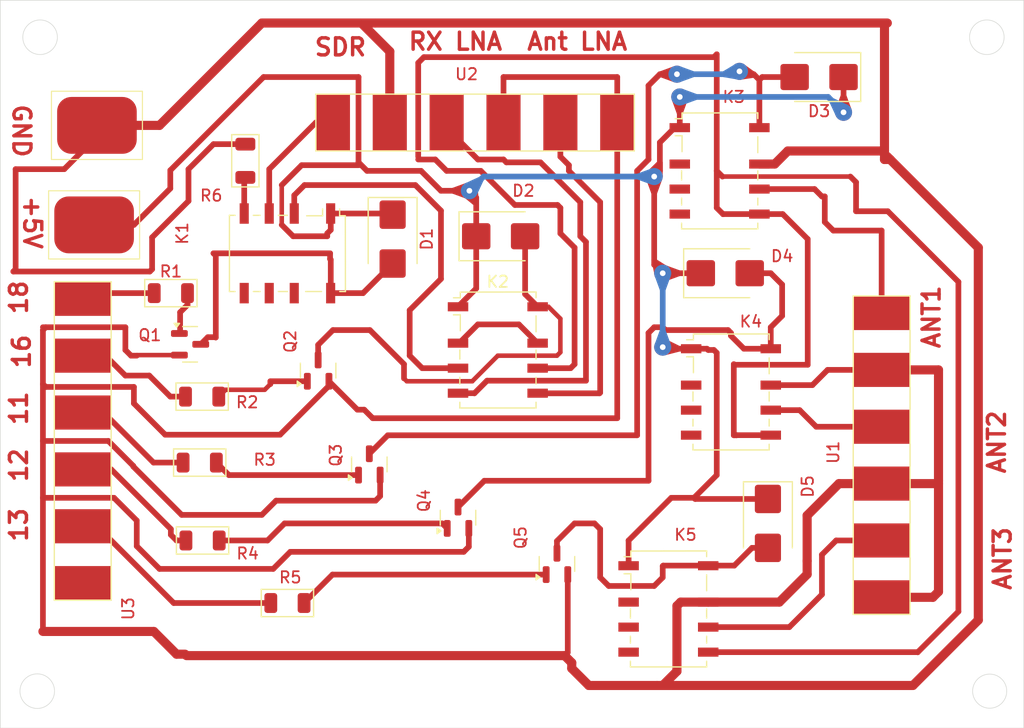
<source format=kicad_pcb>
(kicad_pcb (version 20240108) (generator "pcbnew") (generator_version "8.0")
  (layers (0 "F.Cu" signal) (31 "B.Cu" signal) (34 "B.Paste" user) (35 "F.Paste" user) (36 "B.SilkS" user "B.Silkscreen") (37 "F.SilkS" user "F.Silkscreen") (38 "B.Mask" user) (39 "F.Mask" user) (44 "Edge.Cuts" user))
  (net 0 "")
  (net 1 "+5V")
  (net 2 "Net-(D1-A)")
  (net 3 "Net-(D2-A)")
  (net 4 "Net-(D3-A)")
  (net 5 "Net-(D4-A)")
  (net 6 "Net-(D5-A)")
  (net 7 "Net-(K1-Pad2)")
  (net 9 "Net-(K1-Pad4)")
  (net 12 "Net-(K1-Pad3)")
  (net 13 "Net-(K2-Pad5)")
  (net 14 "Net-(K2-Pad2)")
  (net 15 "Net-(K2-Pad4)")
  (net 16 "Net-(K2-Pad6)")
  (net 18 "Net-(K3-Pad6)")
  (net 20 "GND")
  (net 22 "Net-(K4-Pad6)")
  (net 27 "Net-(K5-Pad6)")
  (net 30 "Net-(Q1-B)")
  (net 31 "Net-(Q2-B)")
  (net 32 "Net-(Q3-B)")
  (net 33 "Net-(Q4-B)")
  (net 34 "Net-(Q5-B)")
  (net 35 "Net-(R1-Pad1)")
  (net 36 "Net-(R2-Pad1)")
  (net 37 "Net-(R3-Pad2)")
  (net 38 "Net-(R4-Pad1)")
  (net 39 "Net-(R5-Pad1)")
  (net 40 "unconnected-(U3-Pad6)")
  (footprint "Diode_SMD:D_SMB" (layer "F.Cu") (at 167.25 43.5 180)
    (property "Reference" "D3" (at 0 -3 0) (layer "F.Cu"))
    (property "Value" "Z2SMBxxx")
    (pad "1" smd roundrect (at -2.15 0 180) (size 2.5 2.3) (layers "F.Cu" "F.Paste" "F.Mask") (roundrect_rratio 0.1086956522) (net 1 "+5V"))
    (pad "2" smd roundrect (at 2.15 0 180) (size 2.5 2.3) (layers "F.Cu" "F.Paste" "F.Mask") (roundrect_rratio 0.1086956522) (net 4 "Net-(D3-A)"))
  )
  (footprint "Lötpads:Lötpad_5_5" (layer "F.Cu") (at 103.25 47.75 90)
    (property "Reference" "U5" (at 0 -0.5 90) (layer "F.Cu") (effects (font (thickness 0.1))))
    (property "Value" "~")
    (pad "1" smd roundrect (at 0 0.5 90) (size 5 7) (layers "F.Cu" "F.Paste" "F.Mask") (net 20 "GND"))
  )
  (footprint "Relay_SMD:Relay_DPDT_Omron_G6K-2F-Y" (layer "F.Cu") (at 154 90.27)
    (property "Reference" "K5" (at 1.5 -6.52 0) (layer "F.Cu"))
    (property "Value" "G6K-2")
    (pad "1" smd rect (at -3.5 -3.8) (size 1.8 0.8) (layers "F.Cu" "F.Paste" "F.Mask") (net 1 "+5V"))
    (pad "2" smd rect (at -3.5 -0.6) (size 1.8 0.8) (layers "F.Cu" "F.Paste" "F.Mask"))
    (pad "3" smd rect (at -3.5 1.6) (size 1.8 0.8) (layers "F.Cu" "F.Paste" "F.Mask"))
    (pad "4" smd rect (at -3.5 3.8) (size 1.8 0.8) (layers "F.Cu" "F.Paste" "F.Mask"))
    (pad "5" smd rect (at 3.5 3.8) (size 1.8 0.8) (layers "F.Cu" "F.Paste" "F.Mask") (net 16 "Net-(K2-Pad6)"))
    (pad "6" smd rect (at 3.5 1.6) (size 1.8 0.8) (layers "F.Cu" "F.Paste" "F.Mask") (net 27 "Net-(K5-Pad6)"))
    (pad "7" smd rect (at 3.5 -0.6) (size 1.8 0.8) (layers "F.Cu" "F.Paste" "F.Mask") (net 20 "GND"))
    (pad "8" smd rect (at 3.5 -3.8) (size 1.8 0.8) (layers "F.Cu" "F.Paste" "F.Mask") (net 6 "Net-(D5-A)"))
  )
  (footprint "Relay_SMD:Relay_DPDT_Omron_G6K-2F-Y" (layer "F.Cu") (at 159.5 71.19)
    (property "Reference" "K4" (at 1.75 -6.19 0) (layer "F.Cu"))
    (property "Value" "G6K-2")
    (pad "1" smd rect (at -3.5 -3.8) (size 1.8 0.8) (layers "F.Cu" "F.Paste" "F.Mask") (net 1 "+5V"))
    (pad "2" smd rect (at -3.5 -0.6) (size 1.8 0.8) (layers "F.Cu" "F.Paste" "F.Mask"))
    (pad "3" smd rect (at -3.5 1.6) (size 1.8 0.8) (layers "F.Cu" "F.Paste" "F.Mask"))
    (pad "4" smd rect (at -3.5 3.8) (size 1.8 0.8) (layers "F.Cu" "F.Paste" "F.Mask"))
    (pad "5" smd rect (at 3.5 3.8) (size 1.8 0.8) (layers "F.Cu" "F.Paste" "F.Mask") (net 16 "Net-(K2-Pad6)"))
    (pad "6" smd rect (at 3.5 1.6) (size 1.8 0.8) (layers "F.Cu" "F.Paste" "F.Mask") (net 22 "Net-(K4-Pad6)"))
    (pad "7" smd rect (at 3.5 -0.6) (size 1.8 0.8) (layers "F.Cu" "F.Paste" "F.Mask") (net 20 "GND"))
    (pad "8" smd rect (at 3.5 -3.8) (size 1.8 0.8) (layers "F.Cu" "F.Paste" "F.Mask") (net 5 "Net-(D4-A)"))
  )
  (footprint "Lötpads:Lötpad_5_5" (layer "F.Cu") (at 103 56.5 90)
    (property "Reference" "U4" (at 0 -0.5 90) (layer "F.Cu") (effects (font (thickness 0.1))))
    (property "Value" "~")
    (pad "1" smd roundrect (at 0 0.5 90) (size 5 7) (layers "F.Cu" "F.Paste" "F.Mask") (net 1 "+5V"))
  )
  (footprint "PCM_Resistor_SMD_AKL:R_1206_3216Metric" (layer "F.Cu") (at 112.7875 77.4 180)
    (property "Reference" "R3" (at -5.7125 0.25 0) (layer "F.Cu"))
    (property "Value" "R_1206" (hide yes))
    (pad "1" smd roundrect (at -1.4625 0 180) (size 1.125 1.75) (layers "F.Cu" "F.Paste" "F.Mask") (roundrect_rratio 0.222222) (net 32 "Net-(Q3-B)"))
    (pad "2" smd roundrect (at 1.4625 0 180) (size 1.125 1.75) (layers "F.Cu" "F.Paste" "F.Mask") (roundrect_rratio 0.222222) (net 37 "Net-(R3-Pad2)"))
  )
  (footprint "PCM_Resistor_SMD_AKL:R_1206_3216Metric" (layer "F.Cu") (at 113.0375 84.25)
    (property "Reference" "R4" (at 3.9625 1.15 0) (layer "F.Cu"))
    (property "Value" "R_1206" (hide yes))
    (pad "1" smd roundrect (at -1.4625 0) (size 1.125 1.75) (layers "F.Cu" "F.Paste" "F.Mask") (roundrect_rratio 0.222222) (net 38 "Net-(R4-Pad1)"))
    (pad "2" smd roundrect (at 1.4625 0) (size 1.125 1.75) (layers "F.Cu" "F.Paste" "F.Mask") (roundrect_rratio 0.222222) (net 33 "Net-(Q4-B)"))
  )
  (footprint "Diode_SMD:D_SMB" (layer "F.Cu") (at 129.75 57.75 -90)
    (property "Reference" "D1" (at 0 -3 90) (layer "F.Cu"))
    (property "Value" "Z2SMBxxx")
    (pad "1" smd roundrect (at -2.15 0 270) (size 2.5 2.3) (layers "F.Cu" "F.Paste" "F.Mask") (roundrect_rratio 0.1086956522) (net 1 "+5V"))
    (pad "2" smd roundrect (at 2.15 0 270) (size 2.5 2.3) (layers "F.Cu" "F.Paste" "F.Mask") (roundrect_rratio 0.1086956522) (net 2 "Net-(D1-A)"))
  )
  (footprint "Lötpads:Pad_IP-6" (layer "F.Cu") (at 172.75 77.75 -90)
    (property "Reference" "U1" (at -1.25 4.25 -90) (layer "F.Cu"))
    (property "Value" "~")
    (pad "1" smd rect (at -13.5 0 270) (size 3 5) (layers "F.Cu" "F.Paste" "F.Mask") (net 18 "Net-(K3-Pad6)"))
    (pad "2" smd rect (at -8.5 0 270) (size 3 5) (layers "F.Cu" "F.Paste" "F.Mask") (net 20 "GND"))
    (pad "3" smd rect (at -3.5 0 270) (size 3 5) (layers "F.Cu" "F.Paste" "F.Mask") (net 22 "Net-(K4-Pad6)"))
    (pad "4" smd rect (at 1.5 0 270) (size 3 5) (layers "F.Cu" "F.Paste" "F.Mask") (net 20 "GND"))
    (pad "5" smd rect (at 6.5 0 270) (size 3 5) (layers "F.Cu" "F.Paste" "F.Mask") (net 27 "Net-(K5-Pad6)"))
    (pad "6" smd rect (at 11.5 0 270) (size 3 5) (layers "F.Cu" "F.Paste" "F.Mask") (net 20 "GND"))
  )
  (footprint "Lötpads:Pad_IP-6" (layer "F.Cu") (at 102.5 76.5 -90)
    (property "Reference" "U3" (at 13.75 -4 90) (layer "F.Cu"))
    (property "Value" "~")
    (pad "1" smd rect (at -13.5 0 270) (size 3 5) (layers "F.Cu" "F.Paste" "F.Mask") (net 35 "Net-(R1-Pad1)"))
    (pad "2" smd rect (at -8.5 0 270) (size 3 5) (layers "F.Cu" "F.Paste" "F.Mask") (net 36 "Net-(R2-Pad1)"))
    (pad "3" smd rect (at -3.5 0 270) (size 3 5) (layers "F.Cu" "F.Paste" "F.Mask") (net 37 "Net-(R3-Pad2)"))
    (pad "4" smd rect (at 1.5 0 270) (size 3 5) (layers "F.Cu" "F.Paste" "F.Mask") (net 38 "Net-(R4-Pad1)"))
    (pad "5" smd rect (at 6.5 0 270) (size 3 5) (layers "F.Cu" "F.Paste" "F.Mask") (net 39 "Net-(R5-Pad1)"))
    (pad "6" smd rect (at 11.5 0 270) (size 3 5) (layers "F.Cu" "F.Paste" "F.Mask") (net 40 "unconnected-(U3-Pad6)"))
  )
  (footprint "PCM_Resistor_SMD_AKL:R_1206_3216Metric" (layer "F.Cu") (at 116.8 50.8625 90)
    (property "Reference" "R6" (at -3.0625 -3 0) (layer "F.Cu"))
    (property "Value" "R_1206" (hide yes))
    (pad "1" smd roundrect (at -1.4625 0 90) (size 1.125 1.75) (layers "F.Cu" "F.Paste" "F.Mask") (roundrect_rratio 0.222222) (net 9 "Net-(K1-Pad4)"))
    (pad "2" smd roundrect (at 1.4625 0 90) (size 1.125 1.75) (layers "F.Cu" "F.Paste" "F.Mask") (roundrect_rratio 0.222222) (net 20 "GND"))
  )
  (footprint "Relay_SMD:Relay_DPDT_Omron_G6K-2F-Y" (layer "F.Cu") (at 139 67.5)
    (property "Reference" "K2" (at 0 -6 0) (layer "F.SilkS"))
    (property "Value" "G6K-2")
    (pad "1" smd rect (at -3.5 -3.8) (size 1.8 0.8) (layers "F.Cu" "F.Paste" "F.Mask") (net 1 "+5V"))
    (pad "2" smd rect (at -3.5 -0.6) (size 1.8 0.8) (layers "F.Cu" "F.Paste" "F.Mask") (net 14 "Net-(K2-Pad2)"))
    (pad "3" smd rect (at -3.5 1.6) (size 1.8 0.8) (layers "F.Cu" "F.Paste" "F.Mask") (net 7 "Net-(K1-Pad2)"))
    (pad "4" smd rect (at -3.5 3.8) (size 1.8 0.8) (layers "F.Cu" "F.Paste" "F.Mask") (net 15 "Net-(K2-Pad4)"))
    (pad "5" smd rect (at 3.5 3.8) (size 1.8 0.8) (layers "F.Cu" "F.Paste" "F.Mask") (net 13 "Net-(K2-Pad5)"))
    (pad "6" smd rect (at 3.5 1.6) (size 1.8 0.8) (layers "F.Cu" "F.Paste" "F.Mask") (net 16 "Net-(K2-Pad6)"))
    (pad "7" smd rect (at 3.5 -0.6) (size 1.8 0.8) (layers "F.Cu" "F.Paste" "F.Mask") (net 14 "Net-(K2-Pad2)"))
    (pad "8" smd rect (at 3.5 -3.8) (size 1.8 0.8) (layers "F.Cu" "F.Paste" "F.Mask") (net 3 "Net-(D2-A)"))
  )
  (footprint "Diode_SMD:D_SMB" (layer "F.Cu") (at 162.75 82.75 -90)
    (property "Reference" "D5" (at -3.25 -3.5 90) (layer "F.Cu"))
    (property "Value" "Z2SMBxxx")
    (pad "1" smd roundrect (at -2.15 0 270) (size 2.5 2.3) (layers "F.Cu" "F.Paste" "F.Mask") (roundrect_rratio 0.1086956522) (net 1 "+5V"))
    (pad "2" smd roundrect (at 2.15 0 270) (size 2.5 2.3) (layers "F.Cu" "F.Paste" "F.Mask") (roundrect_rratio 0.1086956522) (net 6 "Net-(D5-A)"))
  )
  (footprint "Package_TO_SOT_SMD:SOT-23" (layer "F.Cu") (at 144.2 86.3125 90)
    (property "Reference" "Q5" (at 2.3125 -3.2 90) (layer "F.Cu"))
    (property "Value" "BC849")
    (pad "1" smd roundrect (at -0.9375 -0.95 90) (size 1.475 0.6) (layers "F.Cu" "F.Paste" "F.Mask") (net 34 "Net-(Q5-B)"))
    (pad "2" smd roundrect (at -0.9375 0.95 90) (size 1.475 0.6) (layers "F.Cu" "F.Paste" "F.Mask") (net 20 "GND"))
    (pad "3" smd roundrect (at 0.9375 0 90) (size 1.475 0.6) (layers "F.Cu" "F.Paste" "F.Mask") (net 6 "Net-(D5-A)"))
  )
  (footprint "Relay_SMD:Relay_DPDT_Omron_G6K-2F-Y" (layer "F.Cu") (at 158.5 51.75)
    (property "Reference" "K3" (at 1.25 -6.5 0) (layer "F.Cu"))
    (property "Value" "G6K-2")
    (pad "1" smd rect (at -3.5 -3.8) (size 1.8 0.8) (layers "F.Cu" "F.Paste" "F.Mask") (net 1 "+5V"))
    (pad "2" smd rect (at -3.5 -0.6) (size 1.8 0.8) (layers "F.Cu" "F.Paste" "F.Mask"))
    (pad "3" smd rect (at -3.5 1.6) (size 1.8 0.8) (layers "F.Cu" "F.Paste" "F.Mask"))
    (pad "4" smd rect (at -3.5 3.8) (size 1.8 0.8) (layers "F.Cu" "F.Paste" "F.Mask"))
    (pad "5" smd rect (at 3.5 3.8) (size 1.8 0.8) (layers "F.Cu" "F.Paste" "F.Mask") (net 16 "Net-(K2-Pad6)"))
    (pad "6" smd rect (at 3.5 1.6) (size 1.8 0.8) (layers "F.Cu" "F.Paste" "F.Mask") (net 18 "Net-(K3-Pad6)"))
    (pad "7" smd rect (at 3.5 -0.6) (size 1.8 0.8) (layers "F.Cu" "F.Paste" "F.Mask") (net 20 "GND"))
    (pad "8" smd rect (at 3.5 -3.8) (size 1.8 0.8) (layers "F.Cu" "F.Paste" "F.Mask") (net 4 "Net-(D3-A)"))
  )
  (footprint "Package_TO_SOT_SMD:SOT-23" (layer "F.Cu") (at 135.5 82.25 90)
    (property "Reference" "Q4" (at 1.5 -3 90) (layer "F.Cu"))
    (property "Value" "BC849")
    (pad "1" smd roundrect (at -0.9375 -0.95 90) (size 1.475 0.6) (layers "F.Cu" "F.Paste" "F.Mask") (net 33 "Net-(Q4-B)"))
    (pad "2" smd roundrect (at -0.9375 0.95 90) (size 1.475 0.6) (layers "F.Cu" "F.Paste" "F.Mask") (net 20 "GND"))
    (pad "3" smd roundrect (at 0.9375 0 90) (size 1.475 0.6) (layers "F.Cu" "F.Paste" "F.Mask") (net 5 "Net-(D4-A)"))
  )
  (footprint "PCM_Resistor_SMD_AKL:R_1206_3216Metric" (layer "F.Cu") (at 110.25 62.5)
    (property "Reference" "R1" (at 0 -1.905 0) (layer "F.Cu"))
    (property "Value" "R_1206 1k" (hide yes))
    (pad "1" smd roundrect (at -1.4625 0) (size 1.125 1.75) (layers "F.Cu" "F.Paste" "F.Mask") (roundrect_rratio 0.222222) (net 35 "Net-(R1-Pad1)"))
    (pad "2" smd roundrect (at 1.4625 0) (size 1.125 1.75) (layers "F.Cu" "F.Paste" "F.Mask") (roundrect_rratio 0.222222) (net 30 "Net-(Q1-B)"))
  )
  (footprint "Package_TO_SOT_SMD:SOT-23" (layer "F.Cu") (at 123.2 69.3125 90)
    (property "Reference" "Q2" (at 2.5625 -2.45 90) (layer "F.Cu"))
    (property "Value" "BC849")
    (pad "1" smd roundrect (at -0.9375 -0.95 90) (size 1.475 0.6) (layers "F.Cu" "F.Paste" "F.Mask") (net 31 "Net-(Q2-B)"))
    (pad "2" smd roundrect (at -0.9375 0.95 90) (size 1.475 0.6) (layers "F.Cu" "F.Paste" "F.Mask") (net 20 "GND"))
    (pad "3" smd roundrect (at 0.9375 0 90) (size 1.475 0.6) (layers "F.Cu" "F.Paste" "F.Mask") (net 3 "Net-(D2-A)"))
  )
  (footprint "PCM_Resistor_SMD_AKL:R_1206_3216Metric" (layer "F.Cu") (at 113 71.6)
    (property "Reference" "R2" (at 3.9625 0.5 0) (layer "F.Cu"))
    (property "Value" "R_1206 1k" (hide yes))
    (pad "1" smd roundrect (at -1.4625 0) (size 1.125 1.75) (layers "F.Cu" "F.Paste" "F.Mask") (roundrect_rratio 0.222222) (net 36 "Net-(R2-Pad1)"))
    (pad "2" smd roundrect (at 1.4625 0) (size 1.125 1.75) (layers "F.Cu" "F.Paste" "F.Mask") (roundrect_rratio 0.222222) (net 31 "Net-(Q2-B)"))
  )
  (footprint "PCM_Resistor_SMD_AKL:R_1206_3216Metric" (layer "F.Cu") (at 120.5 89.75)
    (property "Reference" "R5" (at 0.25 -2.25 0) (layer "F.Cu"))
    (property "Value" "R_1206" (hide yes))
    (pad "1" smd roundrect (at -1.4625 0) (size 1.125 1.75) (layers "F.Cu" "F.Paste" "F.Mask") (roundrect_rratio 0.222222) (net 39 "Net-(R5-Pad1)"))
    (pad "2" smd roundrect (at 1.4625 0) (size 1.125 1.75) (layers "F.Cu" "F.Paste" "F.Mask") (roundrect_rratio 0.222222) (net 34 "Net-(Q5-B)"))
  )
  (footprint "Relay_SMD:Relay_DPDT_Omron_G6K-2F-Y" (layer "F.Cu") (at 120.5 59 -90)
    (property "Reference" "K1" (at -1.75 9.25 -90) (layer "F.Cu"))
    (property "Value" "G6K-2F")
    (pad "1" smd rect (at -3.5 -3.8 270) (size 1.8 0.8) (layers "F.Cu" "F.Paste" "F.Mask") (net 1 "+5V"))
    (pad "2" smd rect (at -3.5 -0.6 270) (size 1.8 0.8) (layers "F.Cu" "F.Paste" "F.Mask") (net 7 "Net-(K1-Pad2)"))
    (pad "3" smd rect (at -3.5 1.6 270) (size 1.8 0.8) (layers "F.Cu" "F.Paste" "F.Mask") (net 12 "Net-(K1-Pad3)"))
    (pad "4" smd rect (at -3.5 3.8 270) (size 1.8 0.8) (layers "F.Cu" "F.Paste" "F.Mask") (net 9 "Net-(K1-Pad4)"))
    (pad "5" smd rect (at 3.5 3.8 270) (size 1.8 0.8) (layers "F.Cu" "F.Paste" "F.Mask"))
    (pad "6" smd rect (at 3.5 1.6 270) (size 1.8 0.8) (layers "F.Cu" "F.Paste" "F.Mask"))
    (pad "7" smd rect (at 3.5 -0.6 270) (size 1.8 0.8) (layers "F.Cu" "F.Paste" "F.Mask"))
    (pad "8" smd rect (at 3.5 -3.8 270) (size 1.8 0.8) (layers "F.Cu" "F.Paste" "F.Mask") (net 2 "Net-(D1-A)"))
  )
  (footprint "Package_TO_SOT_SMD:SOT-23" (layer "F.Cu") (at 127.7 77.5625 90)
    (property "Reference" "Q3" (at 0.8125 -2.95 90) (layer "F.Cu"))
    (property "Value" "BC849")
    (pad "1" smd roundrect (at -0.9375 -0.95 90) (size 1.475 0.6) (layers "F.Cu" "F.Paste" "F.Mask") (net 32 "Net-(Q3-B)"))
    (pad "2" smd roundrect (at -0.9375 0.95 90) (size 1.475 0.6) (layers "F.Cu" "F.Paste" "F.Mask") (net 20 "GND"))
    (pad "3" smd roundrect (at 0.9375 0 90) (size 1.475 0.6) (layers "F.Cu" "F.Paste" "F.Mask") (net 4 "Net-(D3-A)"))
  )
  (footprint "Lötpads:Pad_IP-6" (layer "F.Cu") (at 138 47.5)
    (property "Reference" "U2" (at -1.75 -4.25 0) (layer "F.Cu"))
    (property "Value" "~")
    (pad "1" smd rect (at -13.5 0) (size 3 5) (layers "F.Cu" "F.Paste" "F.Mask") (net 12 "Net-(K1-Pad3)"))
    (pad "2" smd rect (at -8.5 0) (size 3 5) (layers "F.Cu" "F.Paste" "F.Mask") (net 20 "GND"))
    (pad "3" smd rect (at -3.5 0) (size 3 5) (layers "F.Cu" "F.Paste" "F.Mask") (net 15 "Net-(K2-Pad4)"))
    (pad "4" smd rect (at 1.5 0) (size 3 5) (layers "F.Cu" "F.Paste" "F.Mask") (net 20 "GND"))
    (pad "5" smd rect (at 6.5 0) (size 3 5) (layers "F.Cu" "F.Paste" "F.Mask") (net 13 "Net-(K2-Pad5)"))
    (pad "6" smd rect (at 11.5 0) (size 3 5) (layers "F.Cu" "F.Paste" "F.Mask") (net 20 "GND"))
  )
  (footprint "Package_TO_SOT_SMD:SOT-23" (layer "F.Cu") (at 111.9375 67)
    (property "Reference" "Q1" (at -3.5375 -0.8 0) (layer "F.Cu"))
    (property "Value" "BC849")
    (pad "1" smd roundrect (at -0.9375 -0.95) (size 1.475 0.6) (layers "F.Cu" "F.Paste" "F.Mask") (net 30 "Net-(Q1-B)"))
    (pad "2" smd roundrect (at -0.9375 0.95) (size 1.475 0.6) (layers "F.Cu" "F.Paste" "F.Mask") (net 20 "GND"))
    (pad "3" smd roundrect (at 0.9375 0) (size 1.475 0.6) (layers "F.Cu" "F.Paste" "F.Mask") (net 2 "Net-(D1-A)"))
  )
  (footprint "Diode_SMD:D_SMB" (layer "F.Cu") (at 159 60.75)
    (property "Reference" "D4" (at 5 -1.5 0) (layer "F.Cu"))
    (property "Value" "Z2SMBxxx")
    (pad "1" smd roundrect (at -2.15 0) (size 2.5 2.3) (layers "F.Cu" "F.Paste" "F.Mask") (roundrect_rratio 0.1086956522) (net 1 "+5V"))
    (pad "2" smd roundrect (at 2.15 0) (size 2.5 2.3) (layers "F.Cu" "F.Paste" "F.Mask") (roundrect_rratio 0.1086956522) (net 5 "Net-(D4-A)"))
  )
  (footprint "Diode_SMD:D_SMB" (layer "F.Cu") (at 139.25 57.5)
    (property "Reference" "D2" (at 2 -4 0) (layer "F.Cu"))
    (property "Value" "Z2SMBxxx")
    (pad "1" smd roundrect (at -2.15 0) (size 2.5 2.3) (layers "F.Cu" "F.Paste" "F.Mask") (roundrect_rratio 0.1086956522) (net 1 "+5V"))
    (pad "2" smd roundrect (at 2.15 0) (size 2.5 2.3) (layers "F.Cu" "F.Paste" "F.Mask") (roundrect_rratio 0.1086956522) (net 3 "Net-(D2-A)"))
  )
  (gr_circle (center 182.25 97.5) (end 182.25 96) (stroke (width 0.05)) (fill none) (layer "Edge.Cuts"))
  (gr_circle (center 182 40) (end 181.75 41.5) (stroke (width 0.05)) (fill none) (layer "Edge.Cuts"))
  (gr_circle (center 98.5 97.5) (end 100 97.75) (stroke (width 0.05)) (fill none) (layer "Edge.Cuts"))
  (gr_rect (start 95.25 36.75) (end 185.25 100.75) (stroke (width 0.05)) (fill none) (layer "Edge.Cuts"))
  (gr_circle (center 98.75 40) (end 100.25 40.25) (stroke (width 0.05)) (fill none) (layer "Edge.Cuts"))
  (gr_text "16" (at 98 69.25 90) (layer "F.Cu") (effects (font (size 1.5 1.5) (thickness 0.3) (bold yes)) (justify left bottom)))
  (gr_text "18" (at 97.75 64.5 90) (layer "F.Cu") (effects (font (size 1.5 1.5) (thickness 0.3) (bold yes)) (justify left bottom)))
  (gr_text "11" (at 97.75 74.25 90) (layer "F.Cu") (effects (font (size 1.5 1.5) (thickness 0.3) (bold yes)) (justify left bottom)))
  (gr_text "13" (at 97.75 84.5 90) (layer "F.Cu") (effects (font (size 1.5 1.5) (thickness 0.3) (bold yes)) (justify left bottom)))
  (gr_text "ANT3" (at 184.25 88.75 90) (layer "F.Cu") (effects (font (size 1.5 1.5) (thickness 0.3) (bold yes)) (justify left bottom)))
  (gr_text "+5V" (at 97.2 53.8 -90) (layer "F.Cu") (effects (font (size 1.5 1.5) (thickness 0.3) (bold yes)) (justify left bottom)))
  (gr_text "GND" (at 96.25 45.75 -90) (layer "F.Cu") (effects (font (size 1.5 1.5) (thickness 0.3) (bold yes)) (justify left bottom)))
  (gr_text "SDR" (at 122.75 41.75 0) (layer "F.Cu") (effects (font (size 1.5 1.5) (thickness 0.3) (bold yes)) (justify left bottom)))
  (gr_text "ANT1" (at 178 67.5 90) (layer "F.Cu") (effects (font (size 1.5 1.5) (thickness 0.3) (bold yes)) (justify left bottom)))
  (gr_text "ANT2" (at 183.75 78.5 90) (layer "F.Cu") (effects (font (size 1.5 1.5) (thickness 0.3) (bold yes)) (justify left bottom)))
  (gr_text "RX LNA  Ant LNA" (at 131 41.25 0) (layer "F.Cu") (effects (font (size 1.5 1.5) (thickness 0.3) (bold yes)) (justify left bottom)))
  (gr_text "12" (at 97.75 79.25 90) (layer "F.Cu") (effects (font (size 1.5 1.5) (thickness 0.3) (bold yes)) (justify left bottom)))
  (segment (start 137.1 54.1) (end 136.5 53.5) (width 0.5) (layer "F.Cu") (net 1))
  (segment (start 150.5 84.25) (end 150.5 86.46) (width 0.5) (layer "F.Cu") (net 1))
  (segment (start 137.1 57.5) (end 137.1 62.09) (width 0.5) (layer "F.Cu") (net 1))
  (segment (start 124 57.5) (end 124 57.25) (width 0.5) (layer "F.Cu") (net 1))
  (segment (start 126.75 51.25) (end 121.75 51.25) (width 0.5) (layer "F.Cu") (net 1))
  (segment (start 136.5 53.5) (end 134 53.5) (width 0.5) (layer "F.Cu") (net 1))
  (segment (start 153.25 51.75) (end 152.75 52.25) (width 0.5) (layer "F.Cu") (net 1))
  (segment (start 154.55 47.95) (end 153.25 49.25) (width 0.5) (layer "F.Cu") (net 1))
  (segment (start 135.5 63.7) (end 135.5 63.69) (width 0.5) (layer "F.Cu") (net 1))
  (segment (start 156.35 80.6) (end 156.25 80.5) (width 0.5) (layer "F.Cu") (net 1))
  (segment (start 169.25 46.75) (end 169.4 46.6) (width 0.5) (layer "F.Cu") (net 1))
  (segment (start 156.25 80.5) (end 154.25 80.5) (width 0.5) (layer "F.Cu") (net 1))
  (segment (start 110.2 53.3) (end 110.2 51.703185) (width 0.5) (layer "F.Cu") (net 1))
  (segment (start 153.64 67.39) (end 153.5 67.25) (width 0.5) (layer "F.Cu") (net 1))
  (segment (start 169.4 43.5) (end 169.4 46.6) (width 0.5) (layer "F.Cu") (net 1))
  (segment (start 121 57.5) (end 124 57.5) (width 0.5) (layer "F.Cu") (net 1))
  (segment (start 153.5 60.75) (end 156.85 60.75) (width 0.5) (layer "F.Cu") (net 1))
  (segment (start 126.75 43.5) (end 126.75 51) (width 0.5) (layer "F.Cu") (net 1))
  (segment (start 157.39 67.39) (end 157.5 67.5) (width 0.5) (layer "F.Cu") (net 1))
  (segment (start 110.2 51.703185) (end 118.403185 43.5) (width 0.5) (layer "F.Cu") (net 1))
  (segment (start 152.75 52.25) (end 152.75 60) (width 0.5) (layer "F.Cu") (net 1))
  (segment (start 120 56.5) (end 121 57.5) (width 0.5) (layer "F.Cu") (net 1))
  (segment (start 156 67.39) (end 153.64 67.39) (width 0.5) (layer "F.Cu") (net 1))
  (segment (start 120 53) (end 120 56.5) (width 0.4) (layer "F.Cu") (net 1))
  (segment (start 124 57.25) (end 124.31 56.94) (width 0.5) (layer "F.Cu") (net 1))
  (segment (start 155 47.95) (end 154.55 47.95) (width 0.5) (layer "F.Cu") (net 1))
  (segment (start 137.1 57.5) (end 137.1 54.1) (width 0.5) (layer "F.Cu") (net 1))
  (segment (start 158.25 78.5) (end 158.25 67.75) (width 0.5) (layer "F.Cu") (net 1))
  (segment (start 124.31 56.94) (end 124.31 55.5) (width 0.5) (layer "F.Cu") (net 1))
  (segment (start 103.5 56.5) (end 107 56.5) (width 0.5) (layer "F.Cu") (net 1))
  (segment (start 158 67.5) (end 157.5 67.5) (width 0.5) (layer "F.Cu") (net 1))
  (segment (start 126.75 51) (end 126.75 51.25) (width 0.5) (layer "F.Cu") (net 1))
  (segment (start 155 47.95) (end 155 45.25) (width 0.5) (layer "F.Cu") (net 1))
  (segment (start 127.5 51.75) (end 126.75 51) (width 0.5) (layer "F.Cu") (net 1))
  (segment (start 135.5 63.69) (end 137.1 62.09) (width 0.5) (layer "F.Cu") (net 1))
  (segment (start 118.403185 43.5) (end 126.75 43.5) (width 0.5) (layer "F.Cu") (net 1))
  (segment (start 129.65 55.5) (end 129.75 55.6) (width 0.5) (layer "F.Cu") (net 1))
  (segment (start 162.75 80.6) (end 156.35 80.6) (width 0.5) (layer "F.Cu") (net 1))
  (segment (start 156.25 80.5) (end 158.25 78.5) (width 0.5) (layer "F.Cu") (net 1))
  (segment (start 121.75 51.25) (end 120 53) (width 0.5) (layer "F.Cu") (net 1))
  (segment (start 156 67.39) (end 157.39 67.39) (width 0.5) (layer "F.Cu") (net 1))
  (segment (start 154.25 80.5) (end 150.5 84.25) (width 0.5) (layer "F.Cu") (net 1))
  (segment (start 153.25 49.25) (end 153.25 51.75) (width 0.5) (layer "F.Cu") (net 1))
  (segment (start 152.75 60) (end 153.5 60.75) (width 0.5) (layer "F.Cu") (net 1))
  (segment (start 107 56.5) (end 110.2 53.3) (width 0.5) (layer "F.Cu") (net 1))
  (segment (start 134 53.5) (end 132.25 51.75) (width 0.5) (layer "F.Cu") (net 1))
  (segment (start 158.25 67.75) (end 158 67.5) (width 0.5) (layer "F.Cu") (net 1))
  (segment (start 132.25 51.75) (end 127.5 51.75) (width 0.5) (layer "F.Cu") (net 1))
  (segment (start 124.31 55.5) (end 129.65 55.5) (width 0.5) (layer "F.Cu") (net 1))
  (via (at 153.5 60.75) (size 1.5) (drill 0.5) (layers "F.Cu" "B.Cu") (net 1))
  (via (at 153.5 67.25) (size 1.5) (drill 0.5) (layers "F.Cu" "B.Cu") (net 1))
  (via (at 136.5 53.5) (size 1.5) (drill 0.5) (layers "F.Cu" "B.Cu") (net 1))
  (via (at 155 45.25) (size 1.5) (drill 0.5) (layers "F.Cu" "B.Cu") (net 1))
  (via (at 169.4 46.6) (size 1.5) (drill 0.5) (layers "F.Cu" "B.Cu") (net 1))
  (via (at 152.75 52.25) (size 1.5) (drill 0.5) (layers "F.Cu" "B.Cu") (net 1))
  (segment (start 168.05 45.25) (end 155 45.25) (width 0.5) (layer "B.Cu") (net 1))
  (segment (start 153.5 67.25) (end 153.5 60.75) (width 0.5) (layer "B.Cu") (net 1))
  (segment (start 136.5 53.5) (end 137.75 52.25) (width 0.5) (layer "B.Cu") (net 1))
  (segment (start 137.75 52.25) (end 152.75 52.25) (width 0.5) (layer "B.Cu") (net 1))
  (segment (start 169.4 46.6) (end 168.05 45.25) (width 0.5) (layer "B.Cu") (net 1))
  (segment (start 114.2 66.4) (end 114.2 59.2) (width 0.5) (layer "F.Cu") (net 2))
  (segment (start 112.9375 67) (end 112.875 67) (width 0.5) (layer "F.Cu") (net 2))
  (segment (start 114.175 66.375) (end 114.2 66.4) (width 0.5) (layer "F.Cu") (net 2))
  (segment (start 112.875 67) (end 113.5 66.375) (width 0.5) (layer "F.Cu") (net 2))
  (segment (start 114 59) (end 124.25 59) (width 0.5) (layer "F.Cu") (net 2))
  (segment (start 127.15 62.5) (end 129.75 59.9) (width 0.5) (layer "F.Cu") (net 2))
  (segment (start 113.5 66.375) (end 114.175 66.375) (width 0.5) (layer "F.Cu") (net 2))
  (segment (start 124.25 59) (end 124.25 59.5) (width 0.5) (layer "F.Cu") (net 2))
  (segment (start 124.31 59.56) (end 124.31 62.5) (width 0.5) (layer "F.Cu") (net 2))
  (segment (start 124.25 59.5) (end 124.31 59.56) (width 0.5) (layer "F.Cu") (net 2))
  (segment (start 114.2 59.2) (end 114 59) (width 0.5) (layer "F.Cu") (net 2))
  (segment (start 124.31 62.5) (end 127.15 62.5) (width 0.5) (layer "F.Cu") (net 2))
  (segment (start 142.5 63.69) (end 141.4 62.59) (width 0.5) (layer "F.Cu") (net 3))
  (segment (start 131 70.25) (end 130.75 70) (width 0.4) (layer "F.Cu") (net 3))
  (segment (start 127.75 65.75) (end 124.5 65.75) (width 0.5) (layer "F.Cu") (net 3))
  (segment (start 130.75 68.75) (end 127.75 65.75) (width 0.5) (layer "F.Cu") (net 3))
  (segment (start 142.5 63.7) (end 143.45 63.7) (width 0.4) (layer "F.Cu") (net 3))
  (segment (start 142.5 63.7) (end 142.5 63.69) (width 0.5) (layer "F.Cu") (net 3))
  (segment (start 143.45 63.7) (end 144.5 64.75) (width 0.4) (layer "F.Cu") (net 3))
  (segment (start 144.5 67.7) (end 144.2 68) (width 0.4) (layer "F.Cu") (net 3))
  (segment (start 144.2 68) (end 139 68) (width 0.4) (layer "F.Cu") (net 3))
  (segment (start 139 68) (end 136.75 70.25) (width 0.4) (layer "F.Cu") (net 3))
  (segment (start 130.75 70) (end 130.75 68.75) (width 0.5) (layer "F.Cu") (net 3))
  (segment (start 124.5 65.75) (end 123.2 67.05) (width 0.5) (layer "F.Cu") (net 3))
  (segment (start 144.5 64.75) (end 144.5 67.7) (width 0.4) (layer "F.Cu") (net 3))
  (segment (start 141.4 57.5) (end 141.4 62.59) (width 0.5) (layer "F.Cu") (net 3))
  (segment (start 136.75 70.25) (end 131 70.25) (width 0.4) (layer "F.Cu") (net 3))
  (segment (start 123.2 67.05) (end 123.2 68.375) (width 0.5) (layer "F.Cu") (net 3))
  (segment (start 160.5 43.25) (end 161.5 43.25) (width 0.5) (layer "F.Cu") (net 4))
  (segment (start 152.25 50.75) (end 152.25 44.25) (width 0.5) (layer "F.Cu") (net 4))
  (segment (start 165.1 43.5) (end 162.25 43.5) (width 0.5) (layer "F.Cu") (net 4))
  (segment (start 151.25 75) (end 151.25 51.75) (width 0.5) (layer "F.Cu") (net 4))
  (segment (start 162.25 43.5) (end 162 43.75) (width 0.5) (layer "F.Cu") (net 4))
  (segment (start 153.25 43.25) (end 154.75 43.25) (width 0.5) (layer "F.Cu") (net 4))
  (segment (start 152.25 44.25) (end 153.25 43.25) (width 0.5) (layer "F.Cu") (net 4))
  (segment (start 162 47.95) (end 162 43.75) (width 0.5) (layer "F.Cu") (net 4))
  (segment (start 151.25 51.75) (end 152.25 50.75) (width 0.5) (layer "F.Cu") (net 4))
  (segment (start 127.7 76.625) (end 129.325 75) (width 0.5) (layer "F.Cu") (net 4))
  (segment (start 161.5 43.25) (end 162 43.75) (width 0.5) (layer "F.Cu") (net 4))
  (segment (start 129.325 75) (end 151.25 75) (width 0.5) (layer "F.Cu") (net 4))
  (segment (start 160.25 43) (end 160.5 43.25) (width 0.5) (layer "F.Cu") (net 4))
  (via (at 154.75 43.25) (size 1.5) (drill 0.5) (layers "F.Cu" "B.Cu") (net 4))
  (via (at 160.25 43) (size 1.5) (drill 0.5) (layers "F.Cu" "B.Cu") (net 4))
  (segment (start 160 43.25) (end 160.25 43) (width 0.5) (layer "B.Cu") (net 4))
  (segment (start 154.75 43.25) (end 160 43.25) (width 0.5) (layer "B.Cu") (net 4))
  (segment (start 161.15 60.75) (end 163 60.75) (width 0.5) (layer "F.Cu") (net 5))
  (segment (start 164 64.5) (end 163 65.5) (width 0.5) (layer "F.Cu") (net 5))
  (segment (start 135.5 81.3125) (end 137.8125 79) (width 0.5) (layer "F.Cu") (net 5))
  (segment (start 159.5 66) (end 159.5 66.25) (width 0.5) (layer "F.Cu") (net 5))
  (segment (start 163 65.5) (end 163 67.39) (width 0.5) (layer "F.Cu") (net 5))
  (segment (start 163 60.75) (end 164 61.75) (width 0.5) (layer "F.Cu") (net 5))
  (segment (start 152.25 79) (end 152.25 66) (width 0.5) (layer "F.Cu") (net 5))
  (segment (start 153.5 65.5) (end 153.75 65.75) (width 0.5) (layer "F.Cu") (net 5))
  (segment (start 159.5 66.25) (end 160.64 67.39) (width 0.5) (layer "F.Cu") (net 5))
  (segment (start 152.75 65.5) (end 153.5 65.5) (width 0.5) (layer "F.Cu") (net 5))
  (segment (start 159.25 65.75) (end 159.5 66) (width 0.5) (layer "F.Cu") (net 5))
  (segment (start 153.75 65.75) (end 159.25 65.75) (width 0.5) (layer "F.Cu") (net 5))
  (segment (start 160.64 67.39) (end 163 67.39) (width 0.5) (layer "F.Cu") (net 5))
  (segment (start 164 61.75) (end 164 64.5) (width 0.5) (layer "F.Cu") (net 5))
  (segment (start 137.8125 79) (end 152.25 79) (width 0.5) (layer "F.Cu") (net 5))
  (segment (start 152.25 66) (end 152.75 65.5) (width 0.5) (layer "F.Cu") (net 5))
  (segment (start 148 87.5) (end 148 83.25) (width 0.5) (layer "F.Cu") (net 6))
  (segment (start 152.75 88.25) (end 148.75 88.25) (width 0.5) (layer "F.Cu") (net 6))
  (segment (start 147.5 82.75) (end 145.75 82.75) (width 0.5) (layer "F.Cu") (net 6))
  (segment (start 145.75 82.75) (end 144.2 84.3) (width 0.5) (layer "F.Cu") (net 6))
  (segment (start 148.75 88.25) (end 148 87.5) (width 0.5) (layer "F.Cu") (net 6))
  (segment (start 148 83.25) (end 147.5 82.75) (width 0.5) (layer "F.Cu") (net 6))
  (segment (start 162.75 84.9) (end 161.35 84.9) (width 0.5) (layer "F.Cu") (net 6))
  (segment (start 161.35 84.9) (end 159.79 86.46) (width 0.5) (layer "F.Cu") (net 6))
  (segment (start 153.54 86.46) (end 153.5 86.5) (width 0.5) (layer "F.Cu") (net 6))
  (segment (start 153.5 86.5) (end 153.5 87.5) (width 0.5) (layer "F.Cu") (net 6))
  (segment (start 144.2 84.3) (end 144.2 85.375) (width 0.5) (layer "F.Cu") (net 6))
  (segment (start 159.79 86.46) (end 153.54 86.46) (width 0.5) (layer "F.Cu") (net 6))
  (segment (start 153.5 87.5) (end 152.75 88.25) (width 0.5) (layer "F.Cu") (net 6))
  (segment (start 131.25 68) (end 131.25 64) (width 0.5) (layer "F.Cu") (net 7))
  (segment (start 131.75 53) (end 122 53) (width 0.5) (layer "F.Cu") (net 7))
  (segment (start 134 61.25) (end 134 55.25) (width 0.5) (layer "F.Cu") (net 7))
  (segment (start 134 55.25) (end 131.75 53) (width 0.5) (layer "F.Cu") (net 7))
  (segment (start 135.5 69.1) (end 132.35 69.1) (width 0.5) (layer "F.Cu") (net 7))
  (segment (start 122 53) (end 121.1 53.9) (width 0.5) (layer "F.Cu") (net 7))
  (segment (start 121.1 53.9) (end 121.1 55.5) (width 0.5) (layer "F.Cu") (net 7))
  (segment (start 132.35 69.1) (end 131.25 68) (width 0.5) (layer "F.Cu") (net 7))
  (segment (start 131.25 64) (end 134 61.25) (width 0.5) (layer "F.Cu") (net 7))
  (segment (start 116.7 52.425) (end 116.8 52.325) (width 0.2) (layer "F.Cu") (net 9))
  (segment (start 116.7 55.5) (end 116.7 52.425) (width 0.5) (layer "F.Cu") (net 9))
  (segment (start 118.9 55.5) (end 118.9 51.6) (width 0.5) (layer "F.Cu") (net 12))
  (segment (start 118.9 51.6) (end 123 47.5) (width 0.5) (layer "F.Cu") (net 12))
  (segment (start 123 47.5) (end 124.5 47.5) (width 0.5) (layer "F.Cu") (net 12))
  (segment (start 145.25 51.25) (end 144.5 50.5) (width 0.5) (layer "F.Cu") (net 13))
  (segment (start 147.94 71.31) (end 148 71.25) (width 0.5) (layer "F.Cu") (net 13))
  (segment (start 148 54.5) (end 145.25 51.75) (width 0.5) (layer "F.Cu") (net 13))
  (segment (start 142.5 71.31) (end 147.94 71.31) (width 0.5) (layer "F.Cu") (net 13))
  (segment (start 148 71.25) (end 148 54.5) (width 0.5) (layer "F.Cu") (net 13))
  (segment (start 145.25 51.75) (end 145.25 51.25) (width 0.5) (layer "F.Cu") (net 13))
  (segment (start 144.5 50.5) (end 144.5 47.5) (width 0.5) (layer "F.Cu") (net 13))
  (segment (start 140.85 65.25) (end 142.5 66.9) (width 0.5) (layer "F.Cu") (net 14))
  (segment (start 137.25 65.25) (end 140.85 65.25) (width 0.5) (layer "F.Cu") (net 14))
  (segment (start 135.5 66.9) (end 135.6 66.9) (width 0.5) (layer "F.Cu") (net 14))
  (segment (start 135.6 66.9) (end 137.25 65.25) (width 0.5) (layer "F.Cu") (net 14))
  (segment (start 139.5 50.75) (end 137.25 50.75) (width 0.5) (layer "F.Cu") (net 15))
  (segment (start 136.94 71.31) (end 138.05 70.2) (width 0.5) (layer "F.Cu") (net 15))
  (segment (start 146.25 57.5) (end 146.25 54.5) (width 0.5) (layer "F.Cu") (net 15))
  (segment (start 146.75 58) (end 146.25 57.5) (width 0.5) (layer "F.Cu") (net 15))
  (segment (start 136.93 71.3) (end 136.94 71.31) (width 0.5) (layer "F.Cu") (net 15))
  (segment (start 135.5 71.3) (end 136.93 71.3) (width 0.5) (layer "F.Cu") (net 15))
  (segment (start 146.75 70.2) (end 146.75 58) (width 0.5) (layer "F.Cu") (net 15))
  (segment (start 138.05 70.2) (end 146.75 70.2) (width 0.5) (layer "F.Cu") (net 15))
  (segment (start 146.25 54.5) (end 142.75 51) (width 0.5) (layer "F.Cu") (net 15))
  (segment (start 137.25 50.75) (end 134 47.5) (width 0.5) (layer "F.Cu") (net 15))
  (segment (start 139.75 51) (end 139.5 50.75) (width 0.5) (layer "F.Cu") (net 15))
  (segment (start 142.75 51) (end 139.75 51) (width 0.5) (layer "F.Cu") (net 15))
  (segment (start 142.5 69.1) (end 145.4 69.1) (width 0.5) (layer "F.Cu") (net 16))
  (segment (start 170 52.25) (end 158.75 52.25) (width 0.4) (layer "F.Cu") (net 16))
  (segment (start 160 75) (end 159.75 75) (width 0.5) (layer "F.Cu") (net 16))
  (segment (start 164.05 55.55) (end 162 55.55) (width 0.5) (layer "F.Cu") (net 16))
  (segment (start 173.28995 55.3) (end 170.5 55.3) (width 0.5) (layer "F.Cu") (net 16))
  (segment (start 158 41.75) (end 158.25 41.5) (width 0.5) (layer "F.Cu") (net 16))
  (segment (start 163 74.99) (end 160.01 74.99) (width 0.5) (layer "F.Cu") (net 16))
  (segment (start 133.5 50.75) (end 132 50.75) (width 0.5) (layer "F.Cu") (net 16))
  (segment (start 137.5 51.75) (end 134.5 51.75) (width 0.5) (layer "F.Cu") (net 16))
  (segment (start 158.25 41.5) (end 158.25 51.75) (width 0.5) (layer "F.Cu") (net 16))
  (segment (start 179.5 61.51005) (end 173.28995 55.3) (width 0.5) (layer "F.Cu") (net 16))
  (segment (start 140.5 54.75) (end 137.5 51.75) (width 0.5) (layer "F.Cu") (net 16))
  (segment (start 145.4 69.1) (end 145.75 68.75) (width 0.5) (layer "F.Cu") (net 16))
  (segment (start 145.75 58.5) (end 144.5 57.25) (width 0.5) (layer "F.Cu") (net 16))
  (segment (start 132 42.25) (end 132.5 41.75) (width 0.5) (layer "F.Cu") (net 16))
  (segment (start 157.5 94.07) (end 175.91 94.07) (width 0.5) (layer "F.Cu") (net 16))
  (segment (start 170.5 55.3) (end 170.5 52.75) (width 0.5) (layer "F.Cu") (net 16))
  (segment (start 170.5 52.75) (end 170 52.25) (width 0.5) (layer "F.Cu") (net 16))
  (segment (start 175.91 94.07) (end 175.92 94.08) (width 0.5) (layer "F.Cu") (net 16))
  (segment (start 160.01 74.99) (end 160 75) (width 0.5) (layer "F.Cu") (net 16))
  (segment (start 132 50.5) (end 132 42.25) (width 0.5) (layer "F.Cu") (net 16))
  (segment (start 145.75 68.75) (end 145.75 58.5) (width 0.5) (layer "F.Cu") (net 16))
  (segment (start 134.5 51.75) (end 133.5 50.75) (width 0.5) (layer "F.Cu") (net 16))
  (segment (start 158.25 55) (end 158.81 55.56) (width 0.5) (layer "F.Cu") (net 16))
  (segment (start 159.75 75) (end 159.75 68.75) (width 0.5) (layer "F.Cu") (net 16))
  (segment (start 144.5 55) (end 144.25 54.75) (width 0.5) (layer "F.Cu") (net 16))
  (segment (start 166.25 68.8) (end 166.25 57.75) (width 0.5) (layer "F.Cu") (net 16))
  (segment (start 179.5 90.5) (end 179.5 61.51005) (width 0.5) (layer "F.Cu") (net 16))
  (segment (start 166.25 57.75) (end 164.05 55.55) (width 0.5) (layer "F.Cu") (net 16))
  (segment (start 159.8 68.8) (end 166.25 68.8) (width 0.5) (layer "F.Cu") (net 16))
  (segment (start 175.92 94.08) (end 179.5 90.5) (width 0.5) (layer "F.Cu") (net 16))
  (segment (start 144.5 57.25) (end 144.5 55) (width 0.5) (layer "F.Cu") (net 16))
  (segment (start 144.25 54.75) (end 140.5 54.75) (width 0.5) (layer "F.Cu") (net 16))
  (segment (start 158.75 52.25) (end 158.25 51.75) (width 0.5) (layer "F.Cu") (net 16))
  (segment (start 158.25 51.75) (end 158.25 55) (width 0.5) (layer "F.Cu") (net 16))
  (segment (start 132.5 41.75) (end 158 41.75) (width 0.5) (layer "F.Cu") (net 16))
  (segment (start 159.75 68.75) (end 159.8 68.8) (width 0.5) (layer "F.Cu") (net 16))
  (segment (start 158.82 55.55) (end 162 55.55) (width 0.5) (layer "F.Cu") (net 16))
  (segment (start 158.81 55.56) (end 158.82 55.55) (width 0.5) (layer "F.Cu") (net 16))
  (segment (start 167.75 54) (end 167.5 54) (width 0.5) (layer "F.Cu") (net 18))
  (segment (start 172.75 57) (end 168.5 57) (width 0.5) (layer "F.Cu") (net 18))
  (segment (start 167.75 56.25) (end 167.75 54) (width 0.5) (layer "F.Cu") (net 18))
  (segment (start 168.5 57) (end 167.75 56.25) (width 0.5) (layer "F.Cu") (net 18))
  (segment (start 172.75 64.25) (end 172.75 57) (width 0.5) (layer "F.Cu") (net 18))
  (segment (start 167.5 54) (end 166.85 53.35) (width 0.5) (layer "F.Cu") (net 18))
  (segment (start 166.85 53.35) (end 162 53.35) (width 0.5) (layer "F.Cu") (net 18))
  (segment (start 119.5 80.75) (end 118.25 82) (width 0.5) (layer "F.Cu") (net 20))
  (segment (start 99 65.75) (end 99 70.5) (width 0.5) (layer "F.Cu") (net 20))
  (segment (start 106.95 77.75) (end 106.95 77.7) (width 0.5) (layer "F.Cu") (net 20))
  (segment (start 145.5 95) (end 145.5 95.5) (width 0.8) (layer "F.Cu") (net 20))
  (segment (start 107.25 82.5) (end 105.25 80.5) (width 0.5) (layer "F.Cu") (net 20))
  (segment (start 96.6 51.6) (end 96.6 60.4) (width 0.5) (layer "F.Cu") (net 20))
  (segment (start 173.25 38.75) (end 128.25 38.75) (width 0.8) (layer "F.Cu") (net 20))
  (segment (start 119.85 74.95) (end 124.15 70.65) (width 0.5) (layer "F.Cu") (net 20))
  (segment (start 153.5 97) (end 154.75 95.75) (width 0.8) (layer "F.Cu") (net 20))
  (segment (start 175.5 97) (end 181.25 91.25) (width 0.8) (layer "F.Cu") (net 20))
  (segment (start 103.75 47.75) (end 103.75 48.723172) (width 0.5) (layer "F.Cu") (net 20))
  (segment (start 100.873172 51.6) (end 96.6 51.6) (width 0.5) (layer "F.Cu") (net 20))
  (segment (start 144.875 94.375) (end 145.5 95) (width 0.8) (layer "F.Cu") (net 20))
  (segment (start 145.15 94.1) (end 144.875 94.375) (width 0.5) (layer "F.Cu") (net 20))
  (segment (start 136 85.25) (end 120.75 85.25) (width 0.5) (layer "F.Cu") (net 20))
  (segment (start 172.75 69.25) (end 177.75 69.25) (width 0.8) (layer "F.Cu") (net 20))
  (segment (start 99.25 65.5) (end 99 65.75) (width 0.5) (layer "F.Cu") (net 20))
  (segment (start 111.8 54.4) (end 111.8 51.6) (width 0.5) (layer "F.Cu") (net 20))
  (segment (start 109.75 74.95) (end 119.85 74.95) (width 0.5) (layer "F.Cu") (net 20))
  (segment (start 149.5 43.5) (end 139.5 43.5) (width 0.5) (layer "F.Cu") (net 20))
  (segment (start 147 97) (end 153 97) (width 0.8) (layer "F.Cu") (net 20))
  (segment (start 107 72.2) (end 109.75 74.95) (width 0.5) (layer "F.Cu") (net 20))
  (segment (start 118.25 38.75) (end 127 38.75) (width 0.8) (layer "F.Cu") (net 20))
  (segment (start 163 70.59) (end 166.66 70.59) (width 0.5) (layer "F.Cu") (net 20))
  (segment (start 109.25 47.75) (end 118.25 38.75) (width 0.8) (layer "F.Cu") (net 20))
  (segment (start 99 92.25) (end 99 80.5) (width 0.5) (layer "F.Cu") (net 20))
  (segment (start 114 49.4) (end 116.8 49.4) (width 0.5) (layer "F.Cu") (net 20))
  (segment (start 111.5 94.25) (end 110.75 94.25) (width 0.8) (layer "F.Cu") (net 20))
  (segment (start 107 70.75) (end 107 72.2) (width 0.5) (layer "F.Cu") (net 20))
  (segment (start 111 67.95) (end 107.3 67.95) (width 0.4) (layer "F.Cu") (net 20))
  (segment (start 99 70.5) (end 99 75.5) (width 0.5) (layer "F.Cu") (net 20))
  (segment (start 172.08 69.92) (end 172.75 69.25) (width 0.5) (layer "F.Cu") (net 20))
  (segment (start 106.75 68) (end 106.25 67.5) (width 0.5) (layer "F.Cu") (net 20))
  (segment (start 177.25 89.25) (end 177.75 88.75) (width 0.8) (layer "F.Cu") (net 20))
  (segment (start 118.25 82) (end 111.2 82) (width 0.5) (layer "F.Cu") (net 20))
  (segment (start 126.65 72.75) (end 124.15 70.25) (width 0.5) (layer "F.Cu") (net 20))
  (segment (start 108.6 57.6) (end 111.8 54.4) (width 0.5) (layer "F.Cu") (net 20))
  (segment (start 136.45 83.1875) (end 136.45 84.8) (width 0.5) (layer "F.Cu") (net 20))
  (segment (start 154.75 90) (end 155.08 89.67) (width 0.8) (layer "F.Cu") (net 20))
  (segment (start 109.25 86.75) (end 107.25 84.75) (width 0.5) (layer "F.Cu") (net 20))
  (segment (start 119.25 86.75) (end 109.25 86.75) (width 0.5) (layer "F.Cu") (net 20))
  (segment (start 166.2 86.05) (end 166.2 82.05) (width 0.8) (layer "F.Cu") (net 20))
  (segment (start 139.5 43.5) (end 139.5 47.5) (width 0.5) (layer "F.Cu") (net 20))
  (segment (start 153 97) (end 175.5 97) (width 0.8) (layer "F.Cu") (net 20))
  (segment (start 96.4 60.6) (end 108.4 60.6) (width 0.5) (layer "F.Cu") (net 20))
  (segment (start 166.2 87.225) (end 166.2 86.05) (width 0.8) (layer "F.Cu") (net 20))
  (segment (start 177.75 79.25) (end 172.75 79.25) (width 0.8) (layer "F.Cu") (net 20))
  (segment (start 136.45 84.8) (end 136 85.25) (width 0.5) (layer "F.Cu") (net 20))
  (segment (start 154.75 95.75) (end 154.75 90) (width 0.8) (layer "F.Cu") (net 20))
  (segment (start 149.5 47.5) (end 149.5 43.5) (width 0.5) (layer "F.Cu") (net 20))
  (segment (start 111.625 94.375) (end 111.5 94.25) (width 0.5) (layer "F.Cu") (net 20))
  (segment (start 177.75 88.75) (end 177.75 79) (width 0.8) (layer "F.Cu") (net 20))
  (segment (start 155.08 89.67) (end 157.5 89.67) (width 0.8) (layer "F.Cu") (net 20))
  (segment (start 173 50.75) (end 173 50) (width 0.8) (layer "F.Cu") (net 20))
  (segment (start 108.6 60.4) (end 108.6 57.6) (width 0.5) (layer "F.Cu") (net 20))
  (segment (start 173 50) (end 173 39) (width 0.8) (layer "F.Cu") (net 20))
  (segment (start 99.25 70.75) (end 107 70.75) (width 0.5) (layer "F.Cu") (net 20))
  (segment (start 106.95 77.7) (end 104.75 75.5) (width 0.5) (layer "F.Cu") (net 20))
  (segment (start 166.66 70.59) (end 168 69.25) (width 0.5) (layer "F.Cu") (net 20))
  (segment (start 124.15 70.65) (end 124.15 70.25) (width 0.5) (layer "F.Cu") (net 20))
  (segment (start 128.65 80.35) (end 128.25 80.75) (width 0.5) (layer "F.Cu") (net 20))
  (segment (start 107.3 67.95) (end 107.25 68) (width 0.2) (layer "F.Cu") (net 20))
  (segment (start 127.25 72.75) (end 126.65 72.75) (width 0.5) (layer "F.Cu") (net 20))
  (segment (start 172.75 89.25) (end 177.25 89.25) (width 0.8) (layer "F.Cu") (net 20))
  (segment (start 153 97) (end 153.5 97) (width 0.5) (layer "F.Cu") (net 20))
  (segment (start 162 51.15) (end 163.35 51.15) (width 0.8) (layer "F.Cu") (net 20))
  (segment (start 129.5 41.25) (end 127 38.75) (width 0.8) (layer "F.Cu") (net 20))
  (segment (start 128 73.5) (end 127.25 72.75) (width 0.5) (layer "F.Cu") (net 20))
  (segment (start 103.75 47.75) (end 109.25 47.75) (width 0.8) (layer "F.Cu") (net 20))
  (segment (start 127 38.75) (end 128.25 38.75) (width 0.8) (layer "F.Cu") (net 20))
  (segment (start 107.25 68) (end 106.75 68) (width 0.5) (layer "F.Cu") (net 20))
  (segment (start 169 79.25) (end 172.75 79.25) (width 0.8) (layer "F.Cu") (net 20))
  (segment (start 107.25 84.75) (end 107.25 82.5) (width 0.5) (layer "F.Cu") (net 20))
  (segment (start 108.4 60.6) (end 108.6 60.4) (width 0.5) (layer "F.Cu") (net 20))
  (segment (start 108.75 92.25) (end 99 92.25) (width 0.8) (layer "F.Cu") (net 20))
  (segment (start 173 39) (end 173.25 38.75) (width 0.5) (layer "F.Cu") (net 20))
  (segment (start 168 69.25) (end 172.75 69.25) (width 0.5) (layer "F.Cu") (net 20))
  (segment (start 149.5 47.5) (end 149.5 73.5) (width 0.5) (layer "F.Cu") (net 20))
  (segment (start 177.75 69.25) (end 177.75 79) (width 0.8) (layer "F.Cu") (net 20))
  (segment (start 144.875 94.375) (end 111.625 94.375) (width 0.8) (layer "F.Cu") (net 20))
  (segment (start 111.2 82) (end 106.95 77.75) (width 0.5) (layer "F.Cu") (net 20))
  (segment (start 145.5 95.5) (end 147 97) (width 0.8) (layer "F.Cu") (net 20))
  (segment (start 164.5 50) (end 173 50) (width 0.8) (layer "F.Cu") (net 20))
  (segment (start 129.5 47.5) (end 129.5 41.25) (width 0.8) (layer "F.Cu") (net 20))
  (segment (start 181.25 58.5) (end 173.5 50.75) (width 0.8) (layer "F.Cu") (net 20))
  (segment (start 111.8 51.6) (end 114 49.4) (width 0.5) (layer "F.Cu") (net 20))
  (segment (start 120.75 85.25) (end 119.25 86.75) (width 0.5) (layer "F.Cu") (net 20))
  (segment (start 177.75 79) (end 177.75 79.25) (width 0.5) (layer "F.Cu") (net 20))
  (segment (start 181.25 91.25) (end 181.25 58.5) (width 0.8) (layer "F.Cu") (net 20))
  (segment (start 110.75 94.25) (end 108.75 92.25) (width 0.8) (layer "F.Cu") (net 20))
  (segment (start 106.25 67.5) (end 106.25 65.5) (width 0.5) (layer "F.Cu") (net 20))
  (segment (start 173.23 50.48) (end 173.5 50.75) (width 0.8) (layer "F.Cu") (net 20))
  (segment (start 128.25 80.75) (end 119.5 80.75) (width 0.5) (layer "F.Cu") (net 20))
  (segment (start 149.5 73.5) (end 128 73.5) (width 0.5) (layer "F.Cu") (net 20))
  (segment (start 145.15 87.25) (end 145.15 94.1) (width 0.5) (layer "F.Cu") (net 20))
  (segment (start 163.35 51.15) (end 164.5 50) (width 0.8) (layer "F.Cu") (net 20))
  (segment (start 105.25 80.5) (end 99 80.5) (width 0.5) (layer "F.Cu") (net 20))
  (segment (start 99 70.5) (end 99.25 70.75) (width 0.5) (layer "F.Cu") (net 20))
  (segment (start 104.75 75.5) (end 99 75.5) (width 0.5) (layer "F.Cu") (net 20))
  (segment (start 173.5 50.75) (end 173 50.75) (width 0.8) (layer "F.Cu") (net 20))
  (segment (start 96.6 60.4) (end 96.4 60.6) (width 0.5) (layer "F.Cu") (net 20))
  (segment (start 157.5 89.67) (end 163.755 89.67) (width 0.8) (layer "F.Cu") (net 20))
  (segment (start 106.25 65.5) (end 99.25 65.5) (width 0.5) (layer "F.Cu") (net 20))
  (segment (start 99 75.5) (end 99 80.5) (width 0.5) (layer "F.Cu") (net 20))
  (segment (start 103.75 48.723172) (end 100.873172 51.6) (width 0.5) (layer "F.Cu") (net 20))
  (segment (start 163.755 89.67) (end 166.2 87.225) (width 0.8) (layer "F.Cu") (net 20))
  (segment (start 166.2 82.05) (end 169 79.25) (width 0.8) (layer "F.Cu") (net 20))
  (segment (start 128.65 78.5) (end 128.65 80.35) (width 0.5) (layer "F.Cu") (net 20))
  (segment (start 99.25 65.5) (end 99 65.5) (width 0.5) (layer "F.Cu") (net 20))
  (segment (start 165.54 72.79) (end 167 74.25) (width 0.5) (layer "F.Cu") (net 22))
  (segment (start 163 72.79) (end 165.54 72.79) (width 0.5) (layer "F.Cu") (net 22))
  (segment (start 167 74.25) (end 172.75 74.25) (width 0.5) (layer "F.Cu") (net 22))
  (segment (start 167.5 89) (end 167.5 85.5) (width 0.5) (layer "F.Cu") (net 27))
  (segment (start 167.5 85.5) (end 168.75 84.25) (width 0.5) (layer "F.Cu") (net 27))
  (segment (start 157.5 91.87) (end 164.63 91.87) (width 0.5) (layer "F.Cu") (net 27))
  (segment (start 168.75 84.25) (end 172.75 84.25) (width 0.5) (layer "F.Cu") (net 27))
  (segment (start 164.63 91.87) (end 167.5 89) (width 0.5) (layer "F.Cu") (net 27))
  (segment (start 111.7125 62.5) (end 111.7125 63.5375) (width 0.5) (layer "F.Cu") (net 30))
  (segment (start 111.7125 63.5375) (end 111.0625 64.1875) (width 0.5) (layer "F.Cu") (net 30))
  (segment (start 111.0625 64.1875) (end 111.0625 66.05) (width 0.5) (layer "F.Cu") (net 30))
  (segment (start 115.0625 71) (end 118.5 71) (width 0.4) (layer "F.Cu") (net 31))
  (segment (start 118.5 71) (end 119 70.5) (width 0.4) (layer "F.Cu") (net 31))
  (segment (start 119 70.25) (end 122.25 70.25) (width 0.5) (layer "F.Cu") (net 31))
  (segment (start 119 70.5) (end 119 70.25) (width 0.5) (layer "F.Cu") (net 31))
  (segment (start 114.4625 71.6) (end 115.0625 71) (width 0.4) (layer "F.Cu") (net 31))
  (segment (start 114.25 77.4) (end 115.35 78.5) (width 0.5) (layer "F.Cu") (net 32))
  (segment (start 115.35 78.5) (end 126.75 78.5) (width 0.5) (layer "F.Cu") (net 32))
  (segment (start 114.5 84.25) (end 118.75 84.25) (width 0.5) (layer "F.Cu") (net 33))
  (segment (start 120.25 82.75) (end 134.1125 82.75) (width 0.5) (layer "F.Cu") (net 33))
  (segment (start 134.1125 82.75) (end 134.55 83.1875) (width 0.5) (layer "F.Cu") (net 33))
  (segment (start 118.75 84.25) (end 120.25 82.75) (width 0.5) (layer "F.Cu") (net 33))
  (segment (start 121.9625 89.75) (end 124.4625 87.25) (width 0.5) (layer "F.Cu") (net 34))
  (segment (start 124.4625 87.25) (end 143.25 87.25) (width 0.5) (layer "F.Cu") (net 34))
  (segment (start 108.7875 62.5) (end 103 62.5) (width 0.5) (layer "F.Cu") (net 35))
  (segment (start 103 62.5) (end 102.5 63) (width 0.5) (layer "F.Cu") (net 35))
  (segment (start 110.2 71.6) (end 111.5375 71.6) (width 0.5) (layer "F.Cu") (net 36))
  (segment (start 108.35 69.75) (end 110.2 71.6) (width 0.5) (layer "F.Cu") (net 36))
  (segment (start 104.5 68) (end 106.25 69.75) (width 0.5) (layer "F.Cu") (net 36))
  (segment (start 102.5 68) (end 104.5 68) (width 0.5) (layer "F.Cu") (net 36))
  (segment (start 106.25 69.75) (end 108.35 69.75) (width 0.5) (layer "F.Cu") (net 36))
  (segment (start 111.325 77.4) (end 108.725 77.4) (width 0.5) (layer "F.Cu") (net 37))
  (segment (start 108.725 77.4) (end 104.325 73) (width 0.5) (layer "F.Cu") (net 37))
  (segment (start 104.325 73) (end 102.5 73) (width 0.5) (layer "F.Cu") (net 37))
  (segment (start 110.75 84.25) (end 111.575 84.25) (width 0.5) (layer "F.Cu") (net 38))
  (segment (start 102.5 78) (end 105 78) (width 0.5) (layer "F.Cu") (net 38))
  (segment (start 110.25 83.75) (end 110.75 84.25) (width 0.5) (layer "F.Cu") (net 38))
  (segment (start 110.25 83.25) (end 110.25 83.75) (width 0.5) (layer "F.Cu") (net 38))
  (segment (start 105 78) (end 110.25 83.25) (width 0.5) (layer "F.Cu") (net 38))
  (segment (start 102.5 83) (end 103.75 83) (width 0.5) (layer "F.Cu") (net 39))
  (segment (start 110.5 89.75) (end 119.0375 89.75) (width 0.5) (layer "F.Cu") (net 39))
  (segment (start 103.75 83) (end 110.5 89.75) (width 0.5) (layer "F.Cu") (net 39))
  (segment (start 102.5 89) (end 102.9 89.4) (width 0.2) (layer "F.Cu") (net 40))
)
</source>
